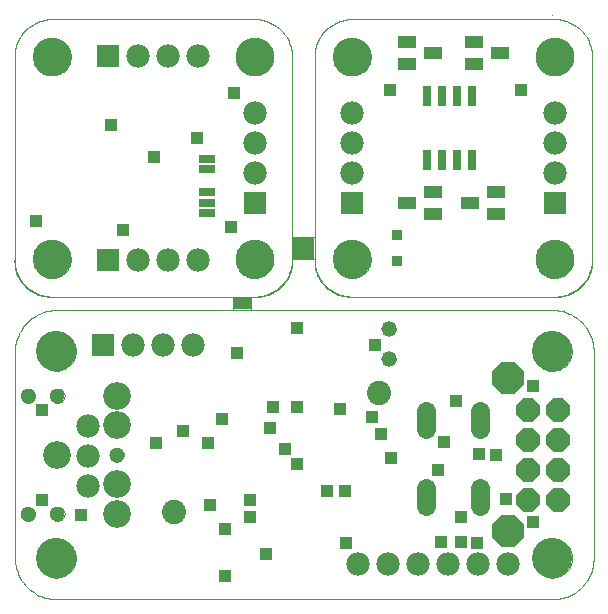
<source format=gbs>
G75*
G70*
%OFA0B0*%
%FSLAX24Y24*%
%IPPOS*%
%LPD*%
%AMOC8*
5,1,8,0,0,1.08239X$1,22.5*
%
%ADD10C,0.0000*%
%ADD11R,0.0750X0.0750*%
%ADD12R,0.0591X0.0443*%
%ADD13C,0.0000*%
%ADD14C,0.0926*%
%ADD15C,0.0512*%
%ADD16OC8,0.0780*%
%ADD17C,0.0808*%
%ADD18C,0.0520*%
%ADD19R,0.0780X0.0780*%
%ADD20C,0.0780*%
%ADD21C,0.0631*%
%ADD22C,0.1340*%
%ADD23OC8,0.1040*%
%ADD24R,0.0396X0.0396*%
%ADD25C,0.0000*%
%ADD26C,0.1290*%
%ADD27R,0.0540X0.0290*%
%ADD28R,0.0780X0.0780*%
%ADD29C,0.0780*%
%ADD30R,0.0396X0.0396*%
%ADD31C,0.0000*%
%ADD32C,0.1290*%
%ADD33R,0.0780X0.0780*%
%ADD34C,0.0780*%
%ADD35R,0.0276X0.0650*%
%ADD36R,0.0591X0.0434*%
%ADD37R,0.0355X0.0355*%
%ADD38R,0.0396X0.0396*%
D10*
X001489Y001583D02*
X001492Y001583D01*
X018027Y001583D01*
X018030Y001583D01*
X018027Y001583D02*
X018099Y001585D01*
X018171Y001591D01*
X018243Y001600D01*
X018314Y001613D01*
X018384Y001630D01*
X018453Y001650D01*
X018521Y001675D01*
X018587Y001702D01*
X018653Y001733D01*
X018716Y001768D01*
X018778Y001805D01*
X018837Y001846D01*
X018894Y001890D01*
X018949Y001937D01*
X019001Y001987D01*
X019051Y002039D01*
X019098Y002094D01*
X019142Y002151D01*
X019183Y002210D01*
X019220Y002272D01*
X019255Y002335D01*
X019286Y002401D01*
X019313Y002467D01*
X019338Y002535D01*
X019358Y002604D01*
X019375Y002674D01*
X019388Y002745D01*
X019397Y002817D01*
X019403Y002889D01*
X019405Y002961D01*
X019405Y009851D01*
X019403Y009923D01*
X019397Y009995D01*
X019388Y010067D01*
X019375Y010138D01*
X019358Y010208D01*
X019338Y010277D01*
X019313Y010345D01*
X019286Y010411D01*
X019255Y010477D01*
X019220Y010540D01*
X019183Y010602D01*
X019142Y010661D01*
X019098Y010718D01*
X019051Y010773D01*
X019001Y010825D01*
X018949Y010875D01*
X018894Y010922D01*
X018837Y010966D01*
X018778Y011007D01*
X018716Y011044D01*
X018653Y011079D01*
X018587Y011110D01*
X018521Y011137D01*
X018453Y011162D01*
X018384Y011182D01*
X018314Y011199D01*
X018243Y011212D01*
X018171Y011221D01*
X018099Y011227D01*
X018027Y011229D01*
X007988Y011229D01*
X007988Y011672D01*
X008100Y011672D01*
X007397Y011672D02*
X007397Y011229D01*
X001492Y011229D01*
X001489Y011229D01*
X001350Y011672D02*
X007397Y011672D01*
X008100Y011672D02*
X008166Y011670D01*
X008232Y011672D01*
X008298Y011678D01*
X008364Y011687D01*
X008429Y011700D01*
X008494Y011717D01*
X008557Y011737D01*
X008619Y011761D01*
X008679Y011788D01*
X008738Y011819D01*
X008796Y011853D01*
X008851Y011890D01*
X008904Y011930D01*
X008954Y011973D01*
X009003Y012018D01*
X009048Y012067D01*
X009091Y012117D01*
X009131Y012170D01*
X009168Y012225D01*
X009202Y012283D01*
X009233Y012342D01*
X009260Y012402D01*
X009284Y012464D01*
X009304Y012527D01*
X009321Y012592D01*
X009334Y012657D01*
X009343Y012723D01*
X009349Y012789D01*
X009351Y012855D01*
X009349Y012921D01*
X009350Y012922D02*
X010100Y012922D01*
X010100Y013672D02*
X010100Y019672D01*
X009350Y019672D02*
X009350Y013672D01*
X010100Y013672D01*
X010100Y012922D02*
X010102Y012854D01*
X010107Y012787D01*
X010116Y012720D01*
X010129Y012653D01*
X010146Y012588D01*
X010165Y012523D01*
X010189Y012459D01*
X010216Y012397D01*
X010246Y012336D01*
X010279Y012278D01*
X010315Y012221D01*
X010355Y012166D01*
X010397Y012113D01*
X010443Y012062D01*
X010490Y012015D01*
X010541Y011969D01*
X010594Y011927D01*
X010649Y011887D01*
X010706Y011851D01*
X010764Y011818D01*
X010825Y011788D01*
X010887Y011761D01*
X010951Y011737D01*
X011016Y011718D01*
X011081Y011701D01*
X011148Y011688D01*
X011215Y011679D01*
X011282Y011674D01*
X011350Y011672D01*
X018100Y011672D01*
X018421Y011229D02*
X018424Y011229D01*
X018100Y011672D02*
X018166Y011670D01*
X018232Y011672D01*
X018298Y011678D01*
X018364Y011687D01*
X018429Y011700D01*
X018494Y011717D01*
X018557Y011737D01*
X018619Y011761D01*
X018679Y011788D01*
X018738Y011819D01*
X018796Y011853D01*
X018851Y011890D01*
X018904Y011930D01*
X018954Y011973D01*
X019003Y012018D01*
X019048Y012067D01*
X019091Y012117D01*
X019131Y012170D01*
X019168Y012225D01*
X019202Y012283D01*
X019233Y012342D01*
X019260Y012402D01*
X019284Y012464D01*
X019304Y012527D01*
X019321Y012592D01*
X019334Y012657D01*
X019343Y012723D01*
X019349Y012789D01*
X019351Y012855D01*
X019349Y012921D01*
X019350Y012922D02*
X019350Y019672D01*
X019348Y019740D01*
X019343Y019807D01*
X019334Y019874D01*
X019321Y019941D01*
X019304Y020006D01*
X019285Y020071D01*
X019261Y020135D01*
X019234Y020197D01*
X019204Y020258D01*
X019171Y020316D01*
X019135Y020373D01*
X019095Y020428D01*
X019053Y020481D01*
X019007Y020532D01*
X018960Y020579D01*
X018909Y020625D01*
X018856Y020667D01*
X018801Y020707D01*
X018744Y020743D01*
X018686Y020776D01*
X018625Y020806D01*
X018563Y020833D01*
X018499Y020857D01*
X018434Y020876D01*
X018369Y020893D01*
X018302Y020906D01*
X018235Y020915D01*
X018168Y020920D01*
X018100Y020922D01*
X018137Y020922D02*
X011350Y020922D01*
X011282Y020920D01*
X011215Y020915D01*
X011148Y020906D01*
X011081Y020893D01*
X011016Y020876D01*
X010951Y020857D01*
X010887Y020833D01*
X010825Y020806D01*
X010764Y020776D01*
X010706Y020743D01*
X010649Y020707D01*
X010594Y020667D01*
X010541Y020625D01*
X010490Y020579D01*
X010443Y020532D01*
X010397Y020481D01*
X010355Y020428D01*
X010315Y020373D01*
X010279Y020316D01*
X010246Y020258D01*
X010216Y020197D01*
X010189Y020135D01*
X010165Y020071D01*
X010146Y020006D01*
X010129Y019941D01*
X010116Y019874D01*
X010107Y019807D01*
X010102Y019740D01*
X010100Y019672D01*
X009350Y019672D02*
X009348Y019740D01*
X009343Y019807D01*
X009334Y019874D01*
X009321Y019941D01*
X009304Y020006D01*
X009285Y020071D01*
X009261Y020135D01*
X009234Y020197D01*
X009204Y020258D01*
X009171Y020316D01*
X009135Y020373D01*
X009095Y020428D01*
X009053Y020481D01*
X009007Y020532D01*
X008960Y020579D01*
X008909Y020625D01*
X008856Y020667D01*
X008801Y020707D01*
X008744Y020743D01*
X008686Y020776D01*
X008625Y020806D01*
X008563Y020833D01*
X008499Y020857D01*
X008434Y020876D01*
X008369Y020893D01*
X008302Y020906D01*
X008235Y020915D01*
X008168Y020920D01*
X008100Y020922D01*
X001350Y020922D01*
X001282Y020920D01*
X001215Y020915D01*
X001148Y020906D01*
X001081Y020893D01*
X001016Y020876D01*
X000951Y020857D01*
X000887Y020833D01*
X000825Y020806D01*
X000764Y020776D01*
X000706Y020743D01*
X000649Y020707D01*
X000594Y020667D01*
X000541Y020625D01*
X000490Y020579D01*
X000443Y020532D01*
X000397Y020481D01*
X000355Y020428D01*
X000315Y020373D01*
X000279Y020316D01*
X000246Y020258D01*
X000216Y020197D01*
X000189Y020135D01*
X000165Y020071D01*
X000146Y020006D01*
X000129Y019941D01*
X000116Y019874D01*
X000107Y019807D01*
X000102Y019740D01*
X000100Y019672D01*
X000100Y012922D01*
X000102Y012854D01*
X000107Y012787D01*
X000116Y012720D01*
X000129Y012653D01*
X000146Y012588D01*
X000165Y012523D01*
X000189Y012459D01*
X000216Y012397D01*
X000246Y012336D01*
X000279Y012278D01*
X000315Y012221D01*
X000355Y012166D01*
X000397Y012113D01*
X000443Y012062D01*
X000490Y012015D01*
X000541Y011969D01*
X000594Y011927D01*
X000649Y011887D01*
X000706Y011851D01*
X000764Y011818D01*
X000825Y011788D01*
X000887Y011761D01*
X000951Y011737D01*
X001016Y011718D01*
X001081Y011701D01*
X001148Y011688D01*
X001215Y011679D01*
X001282Y011674D01*
X001350Y011672D01*
X001492Y011229D02*
X001420Y011227D01*
X001348Y011221D01*
X001276Y011212D01*
X001205Y011199D01*
X001135Y011182D01*
X001066Y011162D01*
X000998Y011137D01*
X000932Y011110D01*
X000866Y011079D01*
X000803Y011044D01*
X000741Y011007D01*
X000682Y010966D01*
X000625Y010922D01*
X000570Y010875D01*
X000518Y010825D01*
X000468Y010773D01*
X000421Y010718D01*
X000377Y010661D01*
X000336Y010602D01*
X000299Y010540D01*
X000264Y010477D01*
X000233Y010411D01*
X000206Y010345D01*
X000181Y010277D01*
X000161Y010208D01*
X000144Y010138D01*
X000131Y010067D01*
X000122Y009995D01*
X000116Y009923D01*
X000114Y009851D01*
X000114Y009854D01*
X000114Y009851D02*
X000114Y003001D01*
X000114Y002958D01*
X000113Y003001D02*
X000114Y002928D01*
X000119Y002854D01*
X000127Y002782D01*
X000140Y002710D01*
X000156Y002638D01*
X000175Y002568D01*
X000199Y002498D01*
X000226Y002430D01*
X000257Y002364D01*
X000291Y002299D01*
X000328Y002236D01*
X000369Y002175D01*
X000412Y002117D01*
X000459Y002060D01*
X000509Y002006D01*
X000561Y001955D01*
X000616Y001907D01*
X000673Y001862D01*
X000733Y001819D01*
X000795Y001780D01*
X000859Y001744D01*
X000924Y001712D01*
X000992Y001683D01*
X001060Y001658D01*
X001130Y001636D01*
X001201Y001618D01*
X001273Y001603D01*
X001345Y001593D01*
X001418Y001586D01*
X001491Y001583D01*
X018027Y021072D02*
X018030Y021072D01*
D11*
X009725Y013297D03*
D12*
X007693Y011450D03*
D13*
X1489Y1583D02*
X1492Y1583D01*
X18027Y1583D01*
X18030Y1583D01*
X17380Y2958D02*
X17382Y3008D01*
X17388Y3058D01*
X17398Y3108D01*
X17411Y3156D01*
X17428Y3204D01*
X17449Y3250D01*
X17473Y3294D01*
X17501Y3336D01*
X17532Y3376D01*
X17566Y3413D01*
X17603Y3448D01*
X17642Y3479D01*
X17683Y3508D01*
X17727Y3533D01*
X17773Y3555D01*
X17820Y3573D01*
X17868Y3587D01*
X17917Y3598D01*
X17967Y3605D01*
X18017Y3608D01*
X18068Y3607D01*
X18118Y3602D01*
X18168Y3593D01*
X18216Y3581D01*
X18264Y3564D01*
X18310Y3544D01*
X18355Y3521D01*
X18398Y3494D01*
X18438Y3464D01*
X18476Y3431D01*
X18511Y3395D01*
X18544Y3356D01*
X18573Y3315D01*
X18599Y3272D01*
X18622Y3227D01*
X18641Y3180D01*
X18656Y3132D01*
X18668Y3083D01*
X18676Y3033D01*
X18680Y2983D01*
X18680Y2933D01*
X18676Y2883D01*
X18668Y2833D01*
X18656Y2784D01*
X18641Y2736D01*
X18622Y2689D01*
X18599Y2644D01*
X18573Y2601D01*
X18544Y2560D01*
X18511Y2521D01*
X18476Y2485D01*
X18438Y2452D01*
X18398Y2422D01*
X18355Y2395D01*
X18310Y2372D01*
X18264Y2352D01*
X18216Y2335D01*
X18168Y2323D01*
X18118Y2314D01*
X18068Y2309D01*
X18017Y2308D01*
X17967Y2311D01*
X17917Y2318D01*
X17868Y2329D01*
X17820Y2343D01*
X17773Y2361D01*
X17727Y2383D01*
X17683Y2408D01*
X17642Y2437D01*
X17603Y2468D01*
X17566Y2503D01*
X17532Y2540D01*
X17501Y2580D01*
X17473Y2622D01*
X17449Y2666D01*
X17428Y2712D01*
X17411Y2760D01*
X17398Y2808D01*
X17388Y2858D01*
X17382Y2908D01*
X17380Y2958D01*
X18027Y1583D02*
X18099Y1585D01*
X18171Y1591D01*
X18243Y1600D01*
X18314Y1613D01*
X18384Y1630D01*
X18453Y1650D01*
X18521Y1675D01*
X18587Y1702D01*
X18653Y1733D01*
X18716Y1768D01*
X18778Y1805D01*
X18837Y1846D01*
X18894Y1890D01*
X18949Y1937D01*
X19001Y1987D01*
X19051Y2039D01*
X19098Y2094D01*
X19142Y2151D01*
X19183Y2210D01*
X19220Y2272D01*
X19255Y2335D01*
X19286Y2401D01*
X19313Y2467D01*
X19338Y2535D01*
X19358Y2604D01*
X19375Y2674D01*
X19388Y2745D01*
X19397Y2817D01*
X19403Y2889D01*
X19405Y2961D01*
X19405Y9851D01*
X17377Y9851D02*
X17379Y9901D01*
X17385Y9951D01*
X17395Y10001D01*
X17408Y10049D01*
X17425Y10097D01*
X17446Y10143D01*
X17470Y10187D01*
X17498Y10229D01*
X17529Y10269D01*
X17563Y10306D01*
X17600Y10341D01*
X17639Y10372D01*
X17680Y10401D01*
X17724Y10426D01*
X17770Y10448D01*
X17817Y10466D01*
X17865Y10480D01*
X17914Y10491D01*
X17964Y10498D01*
X18014Y10501D01*
X18065Y10500D01*
X18115Y10495D01*
X18165Y10486D01*
X18213Y10474D01*
X18261Y10457D01*
X18307Y10437D01*
X18352Y10414D01*
X18395Y10387D01*
X18435Y10357D01*
X18473Y10324D01*
X18508Y10288D01*
X18541Y10249D01*
X18570Y10208D01*
X18596Y10165D01*
X18619Y10120D01*
X18638Y10073D01*
X18653Y10025D01*
X18665Y9976D01*
X18673Y9926D01*
X18677Y9876D01*
X18677Y9826D01*
X18673Y9776D01*
X18665Y9726D01*
X18653Y9677D01*
X18638Y9629D01*
X18619Y9582D01*
X18596Y9537D01*
X18570Y9494D01*
X18541Y9453D01*
X18508Y9414D01*
X18473Y9378D01*
X18435Y9345D01*
X18395Y9315D01*
X18352Y9288D01*
X18307Y9265D01*
X18261Y9245D01*
X18213Y9228D01*
X18165Y9216D01*
X18115Y9207D01*
X18065Y9202D01*
X18014Y9201D01*
X17964Y9204D01*
X17914Y9211D01*
X17865Y9222D01*
X17817Y9236D01*
X17770Y9254D01*
X17724Y9276D01*
X17680Y9301D01*
X17639Y9330D01*
X17600Y9361D01*
X17563Y9396D01*
X17529Y9433D01*
X17498Y9473D01*
X17470Y9515D01*
X17446Y9559D01*
X17425Y9605D01*
X17408Y9653D01*
X17395Y9701D01*
X17385Y9751D01*
X17379Y9801D01*
X17377Y9851D01*
X18027Y11229D02*
X18099Y11227D01*
X18171Y11221D01*
X18243Y11212D01*
X18314Y11199D01*
X18384Y11182D01*
X18453Y11162D01*
X18521Y11137D01*
X18587Y11110D01*
X18653Y11079D01*
X18716Y11044D01*
X18778Y11007D01*
X18837Y10966D01*
X18894Y10922D01*
X18949Y10875D01*
X19001Y10825D01*
X19051Y10773D01*
X19098Y10718D01*
X19142Y10661D01*
X19183Y10602D01*
X19220Y10540D01*
X19255Y10477D01*
X19286Y10411D01*
X19313Y10345D01*
X19338Y10277D01*
X19358Y10208D01*
X19375Y10138D01*
X19388Y10067D01*
X19397Y9995D01*
X19403Y9923D01*
X19405Y9851D01*
X18027Y11229D02*
X1492Y11229D01*
X839Y9854D02*
X841Y9904D01*
X847Y9954D01*
X857Y10004D01*
X870Y10052D01*
X887Y10100D01*
X908Y10146D01*
X932Y10190D01*
X960Y10232D01*
X991Y10272D01*
X1025Y10309D01*
X1062Y10344D01*
X1101Y10375D01*
X1142Y10404D01*
X1186Y10429D01*
X1232Y10451D01*
X1279Y10469D01*
X1327Y10483D01*
X1376Y10494D01*
X1426Y10501D01*
X1476Y10504D01*
X1527Y10503D01*
X1577Y10498D01*
X1627Y10489D01*
X1675Y10477D01*
X1723Y10460D01*
X1769Y10440D01*
X1814Y10417D01*
X1857Y10390D01*
X1897Y10360D01*
X1935Y10327D01*
X1970Y10291D01*
X2003Y10252D01*
X2032Y10211D01*
X2058Y10168D01*
X2081Y10123D01*
X2100Y10076D01*
X2115Y10028D01*
X2127Y9979D01*
X2135Y9929D01*
X2139Y9879D01*
X2139Y9829D01*
X2135Y9779D01*
X2127Y9729D01*
X2115Y9680D01*
X2100Y9632D01*
X2081Y9585D01*
X2058Y9540D01*
X2032Y9497D01*
X2003Y9456D01*
X1970Y9417D01*
X1935Y9381D01*
X1897Y9348D01*
X1857Y9318D01*
X1814Y9291D01*
X1769Y9268D01*
X1723Y9248D01*
X1675Y9231D01*
X1627Y9219D01*
X1577Y9210D01*
X1527Y9205D01*
X1476Y9204D01*
X1426Y9207D01*
X1376Y9214D01*
X1327Y9225D01*
X1279Y9239D01*
X1232Y9257D01*
X1186Y9279D01*
X1142Y9304D01*
X1101Y9333D01*
X1062Y9364D01*
X1025Y9399D01*
X991Y9436D01*
X960Y9476D01*
X932Y9518D01*
X908Y9562D01*
X887Y9608D01*
X870Y9656D01*
X857Y9704D01*
X847Y9754D01*
X841Y9804D01*
X839Y9854D01*
X114Y9851D02*
X116Y9923D01*
X122Y9995D01*
X131Y10067D01*
X144Y10138D01*
X161Y10208D01*
X181Y10277D01*
X206Y10345D01*
X233Y10411D01*
X264Y10477D01*
X299Y10540D01*
X336Y10602D01*
X377Y10661D01*
X421Y10718D01*
X468Y10773D01*
X518Y10825D01*
X570Y10875D01*
X625Y10922D01*
X682Y10966D01*
X741Y11007D01*
X803Y11044D01*
X866Y11079D01*
X932Y11110D01*
X998Y11137D01*
X1066Y11162D01*
X1135Y11182D01*
X1205Y11199D01*
X1276Y11212D01*
X1348Y11221D01*
X1420Y11227D01*
X1492Y11229D01*
X114Y9854D02*
X114Y9851D01*
X114Y3001D01*
X114Y2958D01*
X839Y2958D02*
X841Y3008D01*
X847Y3058D01*
X857Y3108D01*
X870Y3156D01*
X887Y3204D01*
X908Y3250D01*
X932Y3294D01*
X960Y3336D01*
X991Y3376D01*
X1025Y3413D01*
X1062Y3448D01*
X1101Y3479D01*
X1142Y3508D01*
X1186Y3533D01*
X1232Y3555D01*
X1279Y3573D01*
X1327Y3587D01*
X1376Y3598D01*
X1426Y3605D01*
X1476Y3608D01*
X1527Y3607D01*
X1577Y3602D01*
X1627Y3593D01*
X1675Y3581D01*
X1723Y3564D01*
X1769Y3544D01*
X1814Y3521D01*
X1857Y3494D01*
X1897Y3464D01*
X1935Y3431D01*
X1970Y3395D01*
X2003Y3356D01*
X2032Y3315D01*
X2058Y3272D01*
X2081Y3227D01*
X2100Y3180D01*
X2115Y3132D01*
X2127Y3083D01*
X2135Y3033D01*
X2139Y2983D01*
X2139Y2933D01*
X2135Y2883D01*
X2127Y2833D01*
X2115Y2784D01*
X2100Y2736D01*
X2081Y2689D01*
X2058Y2644D01*
X2032Y2601D01*
X2003Y2560D01*
X1970Y2521D01*
X1935Y2485D01*
X1897Y2452D01*
X1857Y2422D01*
X1814Y2395D01*
X1769Y2372D01*
X1723Y2352D01*
X1675Y2335D01*
X1627Y2323D01*
X1577Y2314D01*
X1527Y2309D01*
X1476Y2308D01*
X1426Y2311D01*
X1376Y2318D01*
X1327Y2329D01*
X1279Y2343D01*
X1232Y2361D01*
X1186Y2383D01*
X1142Y2408D01*
X1101Y2437D01*
X1062Y2468D01*
X1025Y2503D01*
X991Y2540D01*
X960Y2580D01*
X932Y2622D01*
X908Y2666D01*
X887Y2712D01*
X870Y2760D01*
X857Y2808D01*
X847Y2858D01*
X841Y2908D01*
X839Y2958D01*
X113Y3001D02*
X114Y2928D01*
X119Y2854D01*
X127Y2782D01*
X140Y2710D01*
X156Y2638D01*
X175Y2568D01*
X199Y2498D01*
X226Y2430D01*
X257Y2364D01*
X291Y2299D01*
X328Y2236D01*
X369Y2175D01*
X412Y2117D01*
X459Y2060D01*
X509Y2006D01*
X561Y1955D01*
X616Y1907D01*
X673Y1862D01*
X733Y1819D01*
X795Y1780D01*
X859Y1744D01*
X924Y1712D01*
X992Y1683D01*
X1060Y1658D01*
X1130Y1636D01*
X1201Y1618D01*
X1273Y1603D01*
X1345Y1593D01*
X1418Y1586D01*
X1491Y1583D01*
X1295Y4434D02*
X1297Y4464D01*
X1303Y4494D01*
X1312Y4523D01*
X1325Y4550D01*
X1342Y4575D01*
X1361Y4598D01*
X1384Y4619D01*
X1409Y4636D01*
X1435Y4650D01*
X1464Y4660D01*
X1493Y4667D01*
X1523Y4670D01*
X1554Y4669D01*
X1584Y4664D01*
X1613Y4655D01*
X1640Y4643D01*
X1666Y4628D01*
X1690Y4609D01*
X1711Y4587D01*
X1729Y4563D01*
X1744Y4536D01*
X1755Y4508D01*
X1763Y4479D01*
X1767Y4449D01*
X1767Y4419D01*
X1763Y4389D01*
X1755Y4360D01*
X1744Y4332D01*
X1729Y4305D01*
X1711Y4281D01*
X1690Y4259D01*
X1666Y4240D01*
X1640Y4225D01*
X1613Y4213D01*
X1584Y4204D01*
X1554Y4199D01*
X1523Y4198D01*
X1493Y4201D01*
X1464Y4208D01*
X1435Y4218D01*
X1409Y4232D01*
X1384Y4249D01*
X1361Y4270D01*
X1342Y4293D01*
X1325Y4318D01*
X1312Y4345D01*
X1303Y4374D01*
X1297Y4404D01*
X1295Y4434D01*
X311Y4434D02*
X313Y4464D01*
X319Y4494D01*
X328Y4523D01*
X341Y4550D01*
X358Y4575D01*
X377Y4598D01*
X400Y4619D01*
X425Y4636D01*
X451Y4650D01*
X480Y4660D01*
X509Y4667D01*
X539Y4670D01*
X570Y4669D01*
X600Y4664D01*
X629Y4655D01*
X656Y4643D01*
X682Y4628D01*
X706Y4609D01*
X727Y4587D01*
X745Y4563D01*
X760Y4536D01*
X771Y4508D01*
X779Y4479D01*
X783Y4449D01*
X783Y4419D01*
X779Y4389D01*
X771Y4360D01*
X760Y4332D01*
X745Y4305D01*
X727Y4281D01*
X706Y4259D01*
X682Y4240D01*
X656Y4225D01*
X629Y4213D01*
X600Y4204D01*
X570Y4199D01*
X539Y4198D01*
X509Y4201D01*
X480Y4208D01*
X451Y4218D01*
X425Y4232D01*
X400Y4249D01*
X377Y4270D01*
X358Y4293D01*
X341Y4318D01*
X328Y4345D01*
X319Y4374D01*
X313Y4404D01*
X311Y4434D01*
X3264Y6402D02*
X3266Y6432D01*
X3272Y6462D01*
X3281Y6491D01*
X3294Y6518D01*
X3311Y6543D01*
X3330Y6566D01*
X3353Y6587D01*
X3378Y6604D01*
X3404Y6618D01*
X3433Y6628D01*
X3462Y6635D01*
X3492Y6638D01*
X3523Y6637D01*
X3553Y6632D01*
X3582Y6623D01*
X3609Y6611D01*
X3635Y6596D01*
X3659Y6577D01*
X3680Y6555D01*
X3698Y6531D01*
X3713Y6504D01*
X3724Y6476D01*
X3732Y6447D01*
X3736Y6417D01*
X3736Y6387D01*
X3732Y6357D01*
X3724Y6328D01*
X3713Y6300D01*
X3698Y6273D01*
X3680Y6249D01*
X3659Y6227D01*
X3635Y6208D01*
X3609Y6193D01*
X3582Y6181D01*
X3553Y6172D01*
X3523Y6167D01*
X3492Y6166D01*
X3462Y6169D01*
X3433Y6176D01*
X3404Y6186D01*
X3378Y6200D01*
X3353Y6217D01*
X3330Y6238D01*
X3311Y6261D01*
X3294Y6286D01*
X3281Y6313D01*
X3272Y6342D01*
X3266Y6372D01*
X3264Y6402D01*
X1295Y8371D02*
X1297Y8401D01*
X1303Y8431D01*
X1312Y8460D01*
X1325Y8487D01*
X1342Y8512D01*
X1361Y8535D01*
X1384Y8556D01*
X1409Y8573D01*
X1435Y8587D01*
X1464Y8597D01*
X1493Y8604D01*
X1523Y8607D01*
X1554Y8606D01*
X1584Y8601D01*
X1613Y8592D01*
X1640Y8580D01*
X1666Y8565D01*
X1690Y8546D01*
X1711Y8524D01*
X1729Y8500D01*
X1744Y8473D01*
X1755Y8445D01*
X1763Y8416D01*
X1767Y8386D01*
X1767Y8356D01*
X1763Y8326D01*
X1755Y8297D01*
X1744Y8269D01*
X1729Y8242D01*
X1711Y8218D01*
X1690Y8196D01*
X1666Y8177D01*
X1640Y8162D01*
X1613Y8150D01*
X1584Y8141D01*
X1554Y8136D01*
X1523Y8135D01*
X1493Y8138D01*
X1464Y8145D01*
X1435Y8155D01*
X1409Y8169D01*
X1384Y8186D01*
X1361Y8207D01*
X1342Y8230D01*
X1325Y8255D01*
X1312Y8282D01*
X1303Y8311D01*
X1297Y8341D01*
X1295Y8371D01*
X311Y8371D02*
X313Y8401D01*
X319Y8431D01*
X328Y8460D01*
X341Y8487D01*
X358Y8512D01*
X377Y8535D01*
X400Y8556D01*
X425Y8573D01*
X451Y8587D01*
X480Y8597D01*
X509Y8604D01*
X539Y8607D01*
X570Y8606D01*
X600Y8601D01*
X629Y8592D01*
X656Y8580D01*
X682Y8565D01*
X706Y8546D01*
X727Y8524D01*
X745Y8500D01*
X760Y8473D01*
X771Y8445D01*
X779Y8416D01*
X783Y8386D01*
X783Y8356D01*
X779Y8326D01*
X771Y8297D01*
X760Y8269D01*
X745Y8242D01*
X727Y8218D01*
X706Y8196D01*
X682Y8177D01*
X656Y8162D01*
X629Y8150D01*
X600Y8141D01*
X570Y8136D01*
X539Y8135D01*
X509Y8138D01*
X480Y8145D01*
X451Y8155D01*
X425Y8169D01*
X400Y8186D01*
X377Y8207D01*
X358Y8230D01*
X341Y8255D01*
X328Y8282D01*
X319Y8311D01*
X313Y8341D01*
X311Y8371D01*
D14*
X3500Y8371D03*
X3500Y7386D03*
X1531Y6402D03*
X3500Y5418D03*
X3500Y4434D03*
D15*
X1531Y4434D03*
X547Y4434D03*
X3500Y6402D03*
X1531Y8371D03*
X547Y8371D03*
D16*
X17228Y7899D03*
X18228Y7899D03*
X18228Y6899D03*
X17228Y6899D03*
X17228Y5899D03*
X18228Y5899D03*
X18228Y4899D03*
X17228Y4899D03*
D17*
X12233Y8449D03*
X5414Y4512D03*
D18*
X12592Y9612D03*
X12592Y10612D03*
D19*
X3058Y10062D03*
D20*
X4058Y10062D03*
X5058Y10062D03*
X6058Y10062D03*
X2534Y7373D03*
X2534Y6373D03*
X2534Y5373D03*
X11545Y2759D03*
X12545Y2759D03*
X13545Y2759D03*
X14545Y2759D03*
X15545Y2759D03*
X16545Y2759D03*
D21*
X15600Y4708D02*
X15600Y5299D01*
X13828Y5299D02*
X13828Y4708D01*
X13828Y7267D02*
X13828Y7858D01*
X15600Y7858D02*
X15600Y7267D01*
D22*
X18027Y9851D03*
X18030Y2958D03*
X1489Y2958D03*
X1489Y9854D03*
D23*
X16551Y8965D03*
X16551Y3847D03*
D24*
X17370Y4154D03*
X16484Y4941D03*
X14976Y4339D03*
X14968Y3485D03*
X15500Y3465D03*
X14320Y3483D03*
X11137Y3453D03*
X8468Y3112D03*
X7102Y2371D03*
X7102Y3945D03*
X7941Y4339D03*
X7939Y4880D03*
X6614Y4733D03*
X9514Y6083D03*
X9114Y6583D03*
X8614Y7283D03*
X8714Y7983D03*
X9514Y7983D03*
X10964Y7933D03*
X12007Y7677D03*
X12309Y7086D03*
X12651Y6289D03*
X14214Y5883D03*
X15598Y6418D03*
X16136Y6407D03*
X14414Y6833D03*
X14814Y8183D03*
X17370Y8682D03*
X12114Y10078D03*
X9514Y10633D03*
X7517Y9780D03*
X7014Y7583D03*
X5714Y7183D03*
X6564Y6783D03*
X4814Y6783D03*
X1014Y7883D03*
X1014Y4883D03*
X2301Y4396D03*
X10514Y5183D03*
X11114Y5183D03*
D25*
X100Y12922D02*
X98Y12856D01*
X100Y12790D01*
X106Y12724D01*
X115Y12658D01*
X128Y12593D01*
X145Y12528D01*
X165Y12465D01*
X189Y12403D01*
X216Y12343D01*
X247Y12284D01*
X281Y12226D01*
X318Y12171D01*
X358Y12118D01*
X401Y12068D01*
X446Y12019D01*
X495Y11974D01*
X545Y11931D01*
X598Y11891D01*
X653Y11854D01*
X711Y11820D01*
X770Y11789D01*
X830Y11762D01*
X892Y11738D01*
X955Y11718D01*
X1020Y11701D01*
X1085Y11688D01*
X1151Y11679D01*
X1217Y11673D01*
X1283Y11671D01*
X1349Y11673D01*
X1349Y11672D02*
X8099Y11672D01*
X8167Y11674D01*
X8234Y11679D01*
X8301Y11688D01*
X8368Y11701D01*
X8433Y11718D01*
X8498Y11737D01*
X8562Y11761D01*
X8624Y11788D01*
X8685Y11818D01*
X8743Y11851D01*
X8800Y11887D01*
X8855Y11927D01*
X8908Y11969D01*
X8959Y12015D01*
X9006Y12062D01*
X9052Y12113D01*
X9094Y12166D01*
X9134Y12221D01*
X9170Y12278D01*
X9203Y12336D01*
X9233Y12397D01*
X9260Y12459D01*
X9284Y12523D01*
X9303Y12588D01*
X9320Y12653D01*
X9333Y12720D01*
X9342Y12787D01*
X9347Y12854D01*
X9349Y12922D01*
X9349Y19672D01*
X9347Y19740D01*
X9342Y19807D01*
X9333Y19874D01*
X9320Y19941D01*
X9303Y20006D01*
X9284Y20071D01*
X9260Y20135D01*
X9233Y20197D01*
X9203Y20258D01*
X9170Y20316D01*
X9134Y20373D01*
X9094Y20428D01*
X9052Y20481D01*
X9006Y20532D01*
X8959Y20579D01*
X8908Y20625D01*
X8855Y20667D01*
X8800Y20707D01*
X8743Y20743D01*
X8685Y20776D01*
X8624Y20806D01*
X8562Y20833D01*
X8498Y20857D01*
X8433Y20876D01*
X8368Y20893D01*
X8301Y20906D01*
X8234Y20915D01*
X8167Y20920D01*
X8099Y20922D01*
X1349Y20922D01*
X724Y19672D02*
X726Y19722D01*
X732Y19771D01*
X742Y19820D01*
X755Y19867D01*
X773Y19914D01*
X794Y19959D01*
X818Y20002D01*
X846Y20043D01*
X877Y20082D01*
X911Y20118D01*
X948Y20152D01*
X988Y20182D01*
X1029Y20209D01*
X1073Y20233D01*
X1118Y20253D01*
X1165Y20269D01*
X1213Y20282D01*
X1262Y20291D01*
X1312Y20296D01*
X1361Y20297D01*
X1411Y20294D01*
X1460Y20287D01*
X1509Y20276D01*
X1556Y20262D01*
X1602Y20243D01*
X1647Y20221D01*
X1690Y20196D01*
X1730Y20167D01*
X1768Y20135D01*
X1804Y20101D01*
X1837Y20063D01*
X1866Y20023D01*
X1892Y19981D01*
X1915Y19937D01*
X1934Y19891D01*
X1950Y19844D01*
X1962Y19795D01*
X1970Y19746D01*
X1974Y19697D01*
X1974Y19647D01*
X1970Y19598D01*
X1962Y19549D01*
X1950Y19500D01*
X1934Y19453D01*
X1915Y19407D01*
X1892Y19363D01*
X1866Y19321D01*
X1837Y19281D01*
X1804Y19243D01*
X1768Y19209D01*
X1730Y19177D01*
X1690Y19148D01*
X1647Y19123D01*
X1602Y19101D01*
X1556Y19082D01*
X1509Y19068D01*
X1460Y19057D01*
X1411Y19050D01*
X1361Y19047D01*
X1312Y19048D01*
X1262Y19053D01*
X1213Y19062D01*
X1165Y19075D01*
X1118Y19091D01*
X1073Y19111D01*
X1029Y19135D01*
X988Y19162D01*
X948Y19192D01*
X911Y19226D01*
X877Y19262D01*
X846Y19301D01*
X818Y19342D01*
X794Y19385D01*
X773Y19430D01*
X755Y19477D01*
X742Y19524D01*
X732Y19573D01*
X726Y19622D01*
X724Y19672D01*
X99Y19672D02*
X99Y12922D01*
X724Y12922D02*
X726Y12972D01*
X732Y13021D01*
X742Y13070D01*
X755Y13117D01*
X773Y13164D01*
X794Y13209D01*
X818Y13252D01*
X846Y13293D01*
X877Y13332D01*
X911Y13368D01*
X948Y13402D01*
X988Y13432D01*
X1029Y13459D01*
X1073Y13483D01*
X1118Y13503D01*
X1165Y13519D01*
X1213Y13532D01*
X1262Y13541D01*
X1312Y13546D01*
X1361Y13547D01*
X1411Y13544D01*
X1460Y13537D01*
X1509Y13526D01*
X1556Y13512D01*
X1602Y13493D01*
X1647Y13471D01*
X1690Y13446D01*
X1730Y13417D01*
X1768Y13385D01*
X1804Y13351D01*
X1837Y13313D01*
X1866Y13273D01*
X1892Y13231D01*
X1915Y13187D01*
X1934Y13141D01*
X1950Y13094D01*
X1962Y13045D01*
X1970Y12996D01*
X1974Y12947D01*
X1974Y12897D01*
X1970Y12848D01*
X1962Y12799D01*
X1950Y12750D01*
X1934Y12703D01*
X1915Y12657D01*
X1892Y12613D01*
X1866Y12571D01*
X1837Y12531D01*
X1804Y12493D01*
X1768Y12459D01*
X1730Y12427D01*
X1690Y12398D01*
X1647Y12373D01*
X1602Y12351D01*
X1556Y12332D01*
X1509Y12318D01*
X1460Y12307D01*
X1411Y12300D01*
X1361Y12297D01*
X1312Y12298D01*
X1262Y12303D01*
X1213Y12312D01*
X1165Y12325D01*
X1118Y12341D01*
X1073Y12361D01*
X1029Y12385D01*
X988Y12412D01*
X948Y12442D01*
X911Y12476D01*
X877Y12512D01*
X846Y12551D01*
X818Y12592D01*
X794Y12635D01*
X773Y12680D01*
X755Y12727D01*
X742Y12774D01*
X732Y12823D01*
X726Y12872D01*
X724Y12922D01*
X99Y19672D02*
X101Y19740D01*
X106Y19807D01*
X115Y19874D01*
X128Y19941D01*
X145Y20006D01*
X164Y20071D01*
X188Y20135D01*
X215Y20197D01*
X245Y20258D01*
X278Y20316D01*
X314Y20373D01*
X354Y20428D01*
X396Y20481D01*
X442Y20532D01*
X489Y20579D01*
X540Y20625D01*
X593Y20667D01*
X648Y20707D01*
X705Y20743D01*
X763Y20776D01*
X824Y20806D01*
X886Y20833D01*
X950Y20857D01*
X1015Y20876D01*
X1080Y20893D01*
X1147Y20906D01*
X1214Y20915D01*
X1281Y20920D01*
X1349Y20922D01*
X7474Y19672D02*
X7476Y19722D01*
X7482Y19771D01*
X7492Y19820D01*
X7505Y19867D01*
X7523Y19914D01*
X7544Y19959D01*
X7568Y20002D01*
X7596Y20043D01*
X7627Y20082D01*
X7661Y20118D01*
X7698Y20152D01*
X7738Y20182D01*
X7779Y20209D01*
X7823Y20233D01*
X7868Y20253D01*
X7915Y20269D01*
X7963Y20282D01*
X8012Y20291D01*
X8062Y20296D01*
X8111Y20297D01*
X8161Y20294D01*
X8210Y20287D01*
X8259Y20276D01*
X8306Y20262D01*
X8352Y20243D01*
X8397Y20221D01*
X8440Y20196D01*
X8480Y20167D01*
X8518Y20135D01*
X8554Y20101D01*
X8587Y20063D01*
X8616Y20023D01*
X8642Y19981D01*
X8665Y19937D01*
X8684Y19891D01*
X8700Y19844D01*
X8712Y19795D01*
X8720Y19746D01*
X8724Y19697D01*
X8724Y19647D01*
X8720Y19598D01*
X8712Y19549D01*
X8700Y19500D01*
X8684Y19453D01*
X8665Y19407D01*
X8642Y19363D01*
X8616Y19321D01*
X8587Y19281D01*
X8554Y19243D01*
X8518Y19209D01*
X8480Y19177D01*
X8440Y19148D01*
X8397Y19123D01*
X8352Y19101D01*
X8306Y19082D01*
X8259Y19068D01*
X8210Y19057D01*
X8161Y19050D01*
X8111Y19047D01*
X8062Y19048D01*
X8012Y19053D01*
X7963Y19062D01*
X7915Y19075D01*
X7868Y19091D01*
X7823Y19111D01*
X7779Y19135D01*
X7738Y19162D01*
X7698Y19192D01*
X7661Y19226D01*
X7627Y19262D01*
X7596Y19301D01*
X7568Y19342D01*
X7544Y19385D01*
X7523Y19430D01*
X7505Y19477D01*
X7492Y19524D01*
X7482Y19573D01*
X7476Y19622D01*
X7474Y19672D01*
X7474Y12922D02*
X7476Y12972D01*
X7482Y13021D01*
X7492Y13070D01*
X7505Y13117D01*
X7523Y13164D01*
X7544Y13209D01*
X7568Y13252D01*
X7596Y13293D01*
X7627Y13332D01*
X7661Y13368D01*
X7698Y13402D01*
X7738Y13432D01*
X7779Y13459D01*
X7823Y13483D01*
X7868Y13503D01*
X7915Y13519D01*
X7963Y13532D01*
X8012Y13541D01*
X8062Y13546D01*
X8111Y13547D01*
X8161Y13544D01*
X8210Y13537D01*
X8259Y13526D01*
X8306Y13512D01*
X8352Y13493D01*
X8397Y13471D01*
X8440Y13446D01*
X8480Y13417D01*
X8518Y13385D01*
X8554Y13351D01*
X8587Y13313D01*
X8616Y13273D01*
X8642Y13231D01*
X8665Y13187D01*
X8684Y13141D01*
X8700Y13094D01*
X8712Y13045D01*
X8720Y12996D01*
X8724Y12947D01*
X8724Y12897D01*
X8720Y12848D01*
X8712Y12799D01*
X8700Y12750D01*
X8684Y12703D01*
X8665Y12657D01*
X8642Y12613D01*
X8616Y12571D01*
X8587Y12531D01*
X8554Y12493D01*
X8518Y12459D01*
X8480Y12427D01*
X8440Y12398D01*
X8397Y12373D01*
X8352Y12351D01*
X8306Y12332D01*
X8259Y12318D01*
X8210Y12307D01*
X8161Y12300D01*
X8111Y12297D01*
X8062Y12298D01*
X8012Y12303D01*
X7963Y12312D01*
X7915Y12325D01*
X7868Y12341D01*
X7823Y12361D01*
X7779Y12385D01*
X7738Y12412D01*
X7698Y12442D01*
X7661Y12476D01*
X7627Y12512D01*
X7596Y12551D01*
X7568Y12592D01*
X7544Y12635D01*
X7523Y12680D01*
X7505Y12727D01*
X7492Y12774D01*
X7482Y12823D01*
X7476Y12872D01*
X7474Y12922D01*
D26*
X8099Y12922D03*
X8099Y19672D03*
X1349Y19672D03*
X1349Y12922D03*
D27*
X6524Y14447D03*
X6524Y14797D03*
X6524Y15147D03*
X6524Y15920D03*
X6524Y16274D03*
D28*
X8124Y14797D03*
X3224Y12897D03*
X3224Y19697D03*
D29*
X4224Y19697D03*
X5224Y19697D03*
X6224Y19697D03*
X8124Y17797D03*
X8124Y16797D03*
X8124Y15797D03*
X6224Y12897D03*
X5224Y12897D03*
X4224Y12897D03*
D30*
X3724Y13897D03*
X4752Y16325D03*
X6174Y16947D03*
X7424Y18447D03*
X3324Y17397D03*
X824Y14197D03*
X7324Y13997D03*
D31*
X10101Y12922D02*
X10099Y12856D01*
X10101Y12790D01*
X10107Y12724D01*
X10116Y12658D01*
X10129Y12593D01*
X10146Y12528D01*
X10166Y12465D01*
X10190Y12403D01*
X10217Y12343D01*
X10248Y12284D01*
X10282Y12226D01*
X10319Y12171D01*
X10359Y12118D01*
X10402Y12068D01*
X10447Y12019D01*
X10496Y11974D01*
X10546Y11931D01*
X10599Y11891D01*
X10654Y11854D01*
X10712Y11820D01*
X10771Y11789D01*
X10831Y11762D01*
X10893Y11738D01*
X10956Y11718D01*
X11021Y11701D01*
X11086Y11688D01*
X11152Y11679D01*
X11218Y11673D01*
X11284Y11671D01*
X11350Y11673D01*
X11350Y11672D02*
X18100Y11672D01*
X18168Y11674D01*
X18235Y11679D01*
X18302Y11688D01*
X18369Y11701D01*
X18434Y11718D01*
X18499Y11737D01*
X18563Y11761D01*
X18625Y11788D01*
X18686Y11818D01*
X18744Y11851D01*
X18801Y11887D01*
X18856Y11927D01*
X18909Y11969D01*
X18960Y12015D01*
X19007Y12062D01*
X19053Y12113D01*
X19095Y12166D01*
X19135Y12221D01*
X19171Y12278D01*
X19204Y12336D01*
X19234Y12397D01*
X19261Y12459D01*
X19285Y12523D01*
X19304Y12588D01*
X19321Y12653D01*
X19334Y12720D01*
X19343Y12787D01*
X19348Y12854D01*
X19350Y12922D01*
X19350Y19672D01*
X19348Y19740D01*
X19343Y19807D01*
X19334Y19874D01*
X19321Y19941D01*
X19304Y20006D01*
X19285Y20071D01*
X19261Y20135D01*
X19234Y20197D01*
X19204Y20258D01*
X19171Y20316D01*
X19135Y20373D01*
X19095Y20428D01*
X19053Y20481D01*
X19007Y20532D01*
X18960Y20579D01*
X18909Y20625D01*
X18856Y20667D01*
X18801Y20707D01*
X18744Y20743D01*
X18686Y20776D01*
X18625Y20806D01*
X18563Y20833D01*
X18499Y20857D01*
X18434Y20876D01*
X18369Y20893D01*
X18302Y20906D01*
X18235Y20915D01*
X18168Y20920D01*
X18100Y20922D01*
X11350Y20922D01*
X10725Y19672D02*
X10727Y19722D01*
X10733Y19771D01*
X10743Y19820D01*
X10756Y19867D01*
X10774Y19914D01*
X10795Y19959D01*
X10819Y20002D01*
X10847Y20043D01*
X10878Y20082D01*
X10912Y20118D01*
X10949Y20152D01*
X10989Y20182D01*
X11030Y20209D01*
X11074Y20233D01*
X11119Y20253D01*
X11166Y20269D01*
X11214Y20282D01*
X11263Y20291D01*
X11313Y20296D01*
X11362Y20297D01*
X11412Y20294D01*
X11461Y20287D01*
X11510Y20276D01*
X11557Y20262D01*
X11603Y20243D01*
X11648Y20221D01*
X11691Y20196D01*
X11731Y20167D01*
X11769Y20135D01*
X11805Y20101D01*
X11838Y20063D01*
X11867Y20023D01*
X11893Y19981D01*
X11916Y19937D01*
X11935Y19891D01*
X11951Y19844D01*
X11963Y19795D01*
X11971Y19746D01*
X11975Y19697D01*
X11975Y19647D01*
X11971Y19598D01*
X11963Y19549D01*
X11951Y19500D01*
X11935Y19453D01*
X11916Y19407D01*
X11893Y19363D01*
X11867Y19321D01*
X11838Y19281D01*
X11805Y19243D01*
X11769Y19209D01*
X11731Y19177D01*
X11691Y19148D01*
X11648Y19123D01*
X11603Y19101D01*
X11557Y19082D01*
X11510Y19068D01*
X11461Y19057D01*
X11412Y19050D01*
X11362Y19047D01*
X11313Y19048D01*
X11263Y19053D01*
X11214Y19062D01*
X11166Y19075D01*
X11119Y19091D01*
X11074Y19111D01*
X11030Y19135D01*
X10989Y19162D01*
X10949Y19192D01*
X10912Y19226D01*
X10878Y19262D01*
X10847Y19301D01*
X10819Y19342D01*
X10795Y19385D01*
X10774Y19430D01*
X10756Y19477D01*
X10743Y19524D01*
X10733Y19573D01*
X10727Y19622D01*
X10725Y19672D01*
X10100Y19672D02*
X10100Y12922D01*
X10725Y12922D02*
X10727Y12972D01*
X10733Y13021D01*
X10743Y13070D01*
X10756Y13117D01*
X10774Y13164D01*
X10795Y13209D01*
X10819Y13252D01*
X10847Y13293D01*
X10878Y13332D01*
X10912Y13368D01*
X10949Y13402D01*
X10989Y13432D01*
X11030Y13459D01*
X11074Y13483D01*
X11119Y13503D01*
X11166Y13519D01*
X11214Y13532D01*
X11263Y13541D01*
X11313Y13546D01*
X11362Y13547D01*
X11412Y13544D01*
X11461Y13537D01*
X11510Y13526D01*
X11557Y13512D01*
X11603Y13493D01*
X11648Y13471D01*
X11691Y13446D01*
X11731Y13417D01*
X11769Y13385D01*
X11805Y13351D01*
X11838Y13313D01*
X11867Y13273D01*
X11893Y13231D01*
X11916Y13187D01*
X11935Y13141D01*
X11951Y13094D01*
X11963Y13045D01*
X11971Y12996D01*
X11975Y12947D01*
X11975Y12897D01*
X11971Y12848D01*
X11963Y12799D01*
X11951Y12750D01*
X11935Y12703D01*
X11916Y12657D01*
X11893Y12613D01*
X11867Y12571D01*
X11838Y12531D01*
X11805Y12493D01*
X11769Y12459D01*
X11731Y12427D01*
X11691Y12398D01*
X11648Y12373D01*
X11603Y12351D01*
X11557Y12332D01*
X11510Y12318D01*
X11461Y12307D01*
X11412Y12300D01*
X11362Y12297D01*
X11313Y12298D01*
X11263Y12303D01*
X11214Y12312D01*
X11166Y12325D01*
X11119Y12341D01*
X11074Y12361D01*
X11030Y12385D01*
X10989Y12412D01*
X10949Y12442D01*
X10912Y12476D01*
X10878Y12512D01*
X10847Y12551D01*
X10819Y12592D01*
X10795Y12635D01*
X10774Y12680D01*
X10756Y12727D01*
X10743Y12774D01*
X10733Y12823D01*
X10727Y12872D01*
X10725Y12922D01*
X10100Y19672D02*
X10102Y19740D01*
X10107Y19807D01*
X10116Y19874D01*
X10129Y19941D01*
X10146Y20006D01*
X10165Y20071D01*
X10189Y20135D01*
X10216Y20197D01*
X10246Y20258D01*
X10279Y20316D01*
X10315Y20373D01*
X10355Y20428D01*
X10397Y20481D01*
X10443Y20532D01*
X10490Y20579D01*
X10541Y20625D01*
X10594Y20667D01*
X10649Y20707D01*
X10706Y20743D01*
X10764Y20776D01*
X10825Y20806D01*
X10887Y20833D01*
X10951Y20857D01*
X11016Y20876D01*
X11081Y20893D01*
X11148Y20906D01*
X11215Y20915D01*
X11282Y20920D01*
X11350Y20922D01*
X17475Y19672D02*
X17477Y19722D01*
X17483Y19771D01*
X17493Y19820D01*
X17506Y19867D01*
X17524Y19914D01*
X17545Y19959D01*
X17569Y20002D01*
X17597Y20043D01*
X17628Y20082D01*
X17662Y20118D01*
X17699Y20152D01*
X17739Y20182D01*
X17780Y20209D01*
X17824Y20233D01*
X17869Y20253D01*
X17916Y20269D01*
X17964Y20282D01*
X18013Y20291D01*
X18063Y20296D01*
X18112Y20297D01*
X18162Y20294D01*
X18211Y20287D01*
X18260Y20276D01*
X18307Y20262D01*
X18353Y20243D01*
X18398Y20221D01*
X18441Y20196D01*
X18481Y20167D01*
X18519Y20135D01*
X18555Y20101D01*
X18588Y20063D01*
X18617Y20023D01*
X18643Y19981D01*
X18666Y19937D01*
X18685Y19891D01*
X18701Y19844D01*
X18713Y19795D01*
X18721Y19746D01*
X18725Y19697D01*
X18725Y19647D01*
X18721Y19598D01*
X18713Y19549D01*
X18701Y19500D01*
X18685Y19453D01*
X18666Y19407D01*
X18643Y19363D01*
X18617Y19321D01*
X18588Y19281D01*
X18555Y19243D01*
X18519Y19209D01*
X18481Y19177D01*
X18441Y19148D01*
X18398Y19123D01*
X18353Y19101D01*
X18307Y19082D01*
X18260Y19068D01*
X18211Y19057D01*
X18162Y19050D01*
X18112Y19047D01*
X18063Y19048D01*
X18013Y19053D01*
X17964Y19062D01*
X17916Y19075D01*
X17869Y19091D01*
X17824Y19111D01*
X17780Y19135D01*
X17739Y19162D01*
X17699Y19192D01*
X17662Y19226D01*
X17628Y19262D01*
X17597Y19301D01*
X17569Y19342D01*
X17545Y19385D01*
X17524Y19430D01*
X17506Y19477D01*
X17493Y19524D01*
X17483Y19573D01*
X17477Y19622D01*
X17475Y19672D01*
X17475Y12922D02*
X17477Y12972D01*
X17483Y13021D01*
X17493Y13070D01*
X17506Y13117D01*
X17524Y13164D01*
X17545Y13209D01*
X17569Y13252D01*
X17597Y13293D01*
X17628Y13332D01*
X17662Y13368D01*
X17699Y13402D01*
X17739Y13432D01*
X17780Y13459D01*
X17824Y13483D01*
X17869Y13503D01*
X17916Y13519D01*
X17964Y13532D01*
X18013Y13541D01*
X18063Y13546D01*
X18112Y13547D01*
X18162Y13544D01*
X18211Y13537D01*
X18260Y13526D01*
X18307Y13512D01*
X18353Y13493D01*
X18398Y13471D01*
X18441Y13446D01*
X18481Y13417D01*
X18519Y13385D01*
X18555Y13351D01*
X18588Y13313D01*
X18617Y13273D01*
X18643Y13231D01*
X18666Y13187D01*
X18685Y13141D01*
X18701Y13094D01*
X18713Y13045D01*
X18721Y12996D01*
X18725Y12947D01*
X18725Y12897D01*
X18721Y12848D01*
X18713Y12799D01*
X18701Y12750D01*
X18685Y12703D01*
X18666Y12657D01*
X18643Y12613D01*
X18617Y12571D01*
X18588Y12531D01*
X18555Y12493D01*
X18519Y12459D01*
X18481Y12427D01*
X18441Y12398D01*
X18398Y12373D01*
X18353Y12351D01*
X18307Y12332D01*
X18260Y12318D01*
X18211Y12307D01*
X18162Y12300D01*
X18112Y12297D01*
X18063Y12298D01*
X18013Y12303D01*
X17964Y12312D01*
X17916Y12325D01*
X17869Y12341D01*
X17824Y12361D01*
X17780Y12385D01*
X17739Y12412D01*
X17699Y12442D01*
X17662Y12476D01*
X17628Y12512D01*
X17597Y12551D01*
X17569Y12592D01*
X17545Y12635D01*
X17524Y12680D01*
X17506Y12727D01*
X17493Y12774D01*
X17483Y12823D01*
X17477Y12872D01*
X17475Y12922D01*
D32*
X18100Y12922D03*
X18100Y19672D03*
X11350Y19672D03*
X11350Y12922D03*
D33*
X11350Y14797D03*
X18100Y14797D03*
D34*
X18100Y15797D03*
X18100Y16797D03*
X18100Y17797D03*
X11350Y17797D03*
X11350Y16797D03*
X11350Y15797D03*
D35*
X13850Y16230D03*
X14350Y16230D03*
X14850Y16230D03*
X15350Y16230D03*
X15350Y18356D03*
X14850Y18356D03*
X14350Y18356D03*
X13850Y18356D03*
D36*
X13167Y19423D03*
X13167Y20171D03*
X14033Y19797D03*
X15417Y19423D03*
X15417Y20171D03*
X16283Y19797D03*
X16158Y15171D03*
X16158Y14423D03*
X15292Y14797D03*
X14033Y14423D03*
X14033Y15171D03*
X13167Y14797D03*
D37*
X12850Y13740D03*
X12850Y12854D03*
D38*
X12600Y18547D03*
X16975Y18547D03*
M02*

</source>
